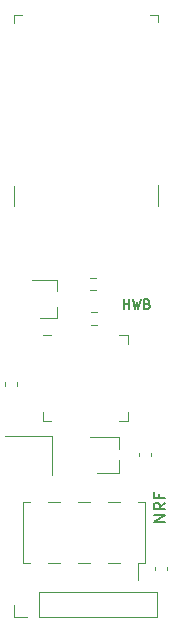
<source format=gbr>
%TF.GenerationSoftware,KiCad,Pcbnew,(5.1.9)-1*%
%TF.CreationDate,2021-06-08T23:05:36-04:00*%
%TF.ProjectId,mega_nrf24_usb,6d656761-5f6e-4726-9632-345f7573622e,rev?*%
%TF.SameCoordinates,Original*%
%TF.FileFunction,Legend,Top*%
%TF.FilePolarity,Positive*%
%FSLAX46Y46*%
G04 Gerber Fmt 4.6, Leading zero omitted, Abs format (unit mm)*
G04 Created by KiCad (PCBNEW (5.1.9)-1) date 2021-06-08 23:05:36*
%MOMM*%
%LPD*%
G01*
G04 APERTURE LIST*
%ADD10C,0.180000*%
%ADD11C,0.200000*%
%ADD12C,0.120000*%
%ADD13C,0.100000*%
G04 APERTURE END LIST*
D10*
X253914285Y-108761904D02*
X253914285Y-107961904D01*
X253914285Y-108342857D02*
X254371428Y-108342857D01*
X254371428Y-108761904D02*
X254371428Y-107961904D01*
X254676190Y-107961904D02*
X254866666Y-108761904D01*
X255019047Y-108190476D01*
X255171428Y-108761904D01*
X255361904Y-107961904D01*
X255933333Y-108342857D02*
X256047619Y-108380952D01*
X256085714Y-108419047D01*
X256123809Y-108495238D01*
X256123809Y-108609523D01*
X256085714Y-108685714D01*
X256047619Y-108723809D01*
X255971428Y-108761904D01*
X255666666Y-108761904D01*
X255666666Y-107961904D01*
X255933333Y-107961904D01*
X256009523Y-108000000D01*
X256047619Y-108038095D01*
X256085714Y-108114285D01*
X256085714Y-108190476D01*
X256047619Y-108266666D01*
X256009523Y-108304761D01*
X255933333Y-108342857D01*
X255666666Y-108342857D01*
D11*
X257452380Y-126814285D02*
X256452380Y-126814285D01*
X257452380Y-126242857D01*
X256452380Y-126242857D01*
X257452380Y-125195238D02*
X256976190Y-125528571D01*
X257452380Y-125766666D02*
X256452380Y-125766666D01*
X256452380Y-125385714D01*
X256500000Y-125290476D01*
X256547619Y-125242857D01*
X256642857Y-125195238D01*
X256785714Y-125195238D01*
X256880952Y-125242857D01*
X256928571Y-125290476D01*
X256976190Y-125385714D01*
X256976190Y-125766666D01*
X256928571Y-124433333D02*
X256928571Y-124766666D01*
X257452380Y-124766666D02*
X256452380Y-124766666D01*
X256452380Y-124290476D01*
D12*
%TO.C,J3*%
X256770250Y-134892600D02*
X256770250Y-132772600D01*
X246710250Y-134892600D02*
X256770250Y-134892600D01*
X246710250Y-132772600D02*
X256770250Y-132772600D01*
X246710250Y-134892600D02*
X246710250Y-132772600D01*
X245710250Y-134892600D02*
X244650250Y-134892600D01*
X244650250Y-134892600D02*
X244650250Y-133832600D01*
%TO.C,J1*%
X255141000Y-130342000D02*
X255141000Y-131702000D01*
X246001000Y-125142000D02*
X245431000Y-125142000D01*
X248541000Y-125142000D02*
X247521000Y-125142000D01*
X251081000Y-125142000D02*
X250061000Y-125142000D01*
X253621000Y-125142000D02*
X252601000Y-125142000D01*
X255711000Y-125142000D02*
X255141000Y-125142000D01*
X245431000Y-125142000D02*
X245431000Y-130342000D01*
X246001000Y-130342000D02*
X245431000Y-130342000D01*
X248541000Y-130342000D02*
X247521000Y-130342000D01*
X251081000Y-130342000D02*
X250061000Y-130342000D01*
X253621000Y-130342000D02*
X252601000Y-130342000D01*
X255711000Y-130342000D02*
X255141000Y-130342000D01*
X255711000Y-125142000D02*
X255711000Y-130342000D01*
%TO.C,C3*%
X243853240Y-115005240D02*
X243853240Y-115286400D01*
X244873240Y-115005240D02*
X244873240Y-115286400D01*
%TO.C,C2*%
X255247680Y-121004720D02*
X255247680Y-121285880D01*
X256267680Y-121004720D02*
X256267680Y-121285880D01*
D13*
%TO.C,J2*%
X244600500Y-83941700D02*
X244600500Y-84541700D01*
X245325500Y-83941700D02*
X244600500Y-83941700D01*
X256850500Y-83941700D02*
X256850500Y-84491700D01*
X256150500Y-83941700D02*
X256850500Y-83941700D01*
X244600500Y-100066700D02*
X244600500Y-99291700D01*
X256850500Y-100066700D02*
X256850500Y-98291700D01*
X244600500Y-99316700D02*
X244600500Y-98366700D01*
D12*
%TO.C,U2*%
X253527280Y-119599700D02*
X251097280Y-119599700D01*
X253547280Y-119609700D02*
X253547280Y-120609700D01*
X253547280Y-122659700D02*
X251697280Y-122659700D01*
X253547280Y-121609700D02*
X253547280Y-122659700D01*
%TO.C,U1*%
X247787600Y-111032900D02*
X247062600Y-111032900D01*
X254282600Y-118252900D02*
X254282600Y-117527900D01*
X253557600Y-118252900D02*
X254282600Y-118252900D01*
X247062600Y-118252900D02*
X247062600Y-117527900D01*
X247787600Y-118252900D02*
X247062600Y-118252900D01*
X254282600Y-111032900D02*
X254282600Y-111757900D01*
X253557600Y-111032900D02*
X254282600Y-111032900D01*
%TO.C,R2*%
X251159742Y-110136200D02*
X251634258Y-110136200D01*
X251159742Y-109091200D02*
X251634258Y-109091200D01*
%TO.C,R1*%
X251083042Y-107202500D02*
X251557558Y-107202500D01*
X251083042Y-106157500D02*
X251557558Y-106157500D01*
%TO.C,Y1*%
X247889600Y-119588380D02*
X243889600Y-119588380D01*
X247889600Y-122888380D02*
X247889600Y-119588380D01*
%TO.C,D3*%
X248283000Y-109542700D02*
X246823000Y-109542700D01*
X248283000Y-106382700D02*
X246123000Y-106382700D01*
X248283000Y-106382700D02*
X248283000Y-107312700D01*
X248283000Y-109542700D02*
X248283000Y-108612700D01*
%TO.C,C1*%
X257558000Y-130899780D02*
X257558000Y-130618620D01*
X256538000Y-130899780D02*
X256538000Y-130618620D01*
%TD*%
M02*

</source>
